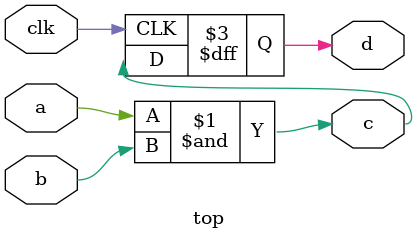
<source format=v>
`timescale 1ns / 1ps

module top(
  a,
  b,
  clk,
  c,
  d);

input wire clk;

input wire a;
input wire b;
output wire c;
output reg d;

assign c = a & b;

always @(posedge clk) begin
  d <= c;
end

endmodule

</source>
